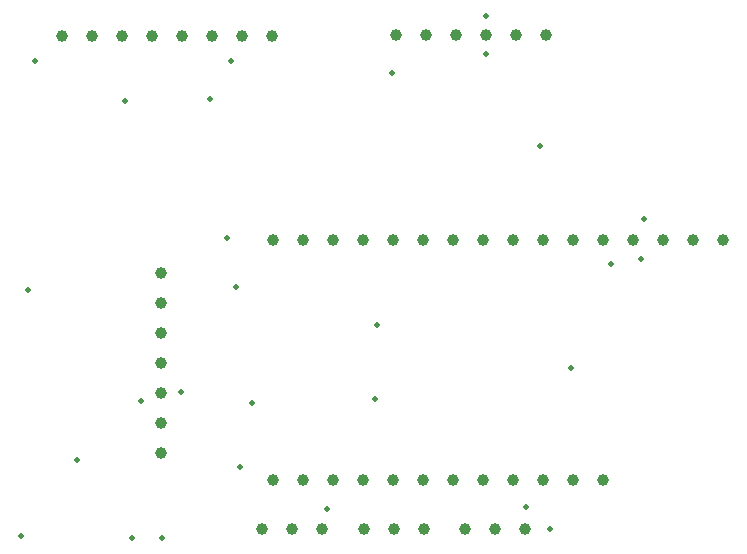
<source format=gbr>
%TF.GenerationSoftware,KiCad,Pcbnew,9.0.7*%
%TF.CreationDate,2026-02-04T13:27:57-08:00*%
%TF.ProjectId,BasicDatalogger,42617369-6344-4617-9461-6c6f67676572,rev?*%
%TF.SameCoordinates,Original*%
%TF.FileFunction,Plated,1,4,PTH,Drill*%
%TF.FilePolarity,Positive*%
%FSLAX46Y46*%
G04 Gerber Fmt 4.6, Leading zero omitted, Abs format (unit mm)*
G04 Created by KiCad (PCBNEW 9.0.7) date 2026-02-04 13:27:57*
%MOMM*%
%LPD*%
G01*
G04 APERTURE LIST*
%TA.AperFunction,ViaDrill*%
%ADD10C,0.500000*%
%TD*%
%TA.AperFunction,ComponentDrill*%
%ADD11C,1.000000*%
%TD*%
G04 APERTURE END LIST*
D10*
X79600000Y-75000000D03*
X80200000Y-54200000D03*
X80800000Y-34800000D03*
X84400000Y-68600000D03*
X88400000Y-38200000D03*
X89039052Y-75182415D03*
X89800000Y-63600000D03*
X91601578Y-75182415D03*
X93200000Y-62800000D03*
X95600000Y-38000000D03*
X97100000Y-49800000D03*
X97400000Y-34800000D03*
X97800000Y-53972407D03*
X98200000Y-69200000D03*
X99200000Y-63800000D03*
X105530956Y-72712200D03*
X109600000Y-63400000D03*
X109800000Y-57200000D03*
X111000000Y-35800000D03*
X119000000Y-31000000D03*
X119000000Y-34200000D03*
X122347526Y-72534769D03*
X123600000Y-42000000D03*
X124400000Y-74400000D03*
X126200000Y-60800000D03*
X129600000Y-52000000D03*
X132156185Y-51613338D03*
X132386662Y-48156185D03*
D11*
%TO.C,U2*%
X83110000Y-32700000D03*
X85650000Y-32700000D03*
X88190000Y-32700000D03*
X90730000Y-32700000D03*
%TO.C,U4*%
X91513796Y-52732407D03*
X91513796Y-55272407D03*
X91513796Y-57812407D03*
X91513796Y-60352407D03*
X91513796Y-62892407D03*
X91513796Y-65432407D03*
X91513796Y-67972407D03*
%TO.C,U2*%
X93270000Y-32700000D03*
X95810000Y-32700000D03*
X98350000Y-32700000D03*
%TO.C,3*%
X100060000Y-74400000D03*
%TO.C,U2*%
X100890000Y-32700000D03*
%TO.C,U1*%
X100980000Y-50000000D03*
X100980000Y-70320000D03*
%TO.C,3*%
X102600000Y-74400000D03*
%TO.C,U1*%
X103520000Y-50000000D03*
X103520000Y-70320000D03*
%TO.C,3*%
X105140000Y-74400000D03*
%TO.C,U1*%
X106060000Y-50000000D03*
X106060000Y-70320000D03*
X108600000Y-50000000D03*
X108600000Y-70320000D03*
%TO.C,2*%
X108660000Y-74400000D03*
%TO.C,U1*%
X111140000Y-50000000D03*
X111140000Y-70320000D03*
%TO.C,2*%
X111200000Y-74400000D03*
%TO.C,U3*%
X111400000Y-32600000D03*
%TO.C,U1*%
X113680000Y-50000000D03*
X113680000Y-70320000D03*
%TO.C,2*%
X113740000Y-74400000D03*
%TO.C,U3*%
X113940000Y-32600000D03*
%TO.C,U1*%
X116220000Y-50000000D03*
X116220000Y-70320000D03*
%TO.C,U3*%
X116480000Y-32600000D03*
%TO.C,1*%
X117200000Y-74400000D03*
%TO.C,U1*%
X118760000Y-50000000D03*
X118760000Y-70320000D03*
%TO.C,U3*%
X119020000Y-32600000D03*
%TO.C,1*%
X119740000Y-74400000D03*
%TO.C,U1*%
X121300000Y-50000000D03*
X121300000Y-70320000D03*
%TO.C,U3*%
X121560000Y-32600000D03*
%TO.C,1*%
X122280000Y-74400000D03*
%TO.C,U1*%
X123840000Y-50000000D03*
X123840000Y-70320000D03*
%TO.C,U3*%
X124100000Y-32600000D03*
%TO.C,U1*%
X126380000Y-50000000D03*
X126380000Y-70320000D03*
X128920000Y-50000000D03*
X128920000Y-70320000D03*
X131460000Y-50000000D03*
X134000000Y-50000000D03*
X136540000Y-50000000D03*
X139080000Y-50000000D03*
M02*

</source>
